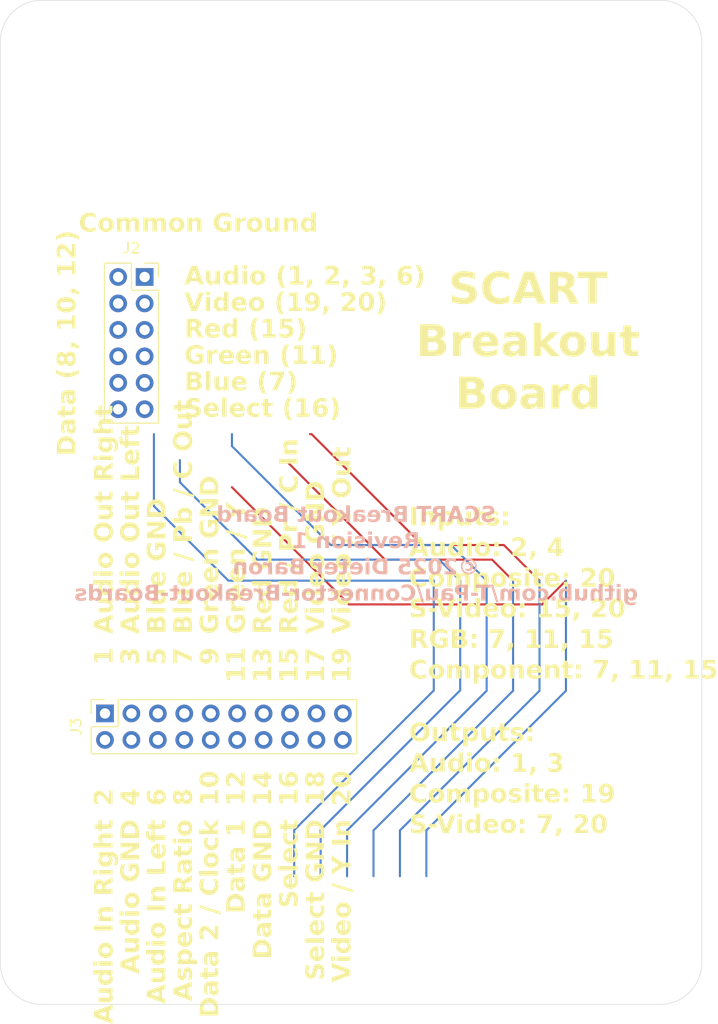
<source format=kicad_pcb>
(kicad_pcb (version 20241229) (generator "pcbnew") (generator_version "9.0")
  (layers (0 "F.Cu" signal) (2 "B.Cu" signal) (13 "F.Paste" user) (15 "B.Paste" user) (5 "F.SilkS" user "F.Silkscreen") (7 "B.SilkS" user "B.Silkscreen") (1 "F.Mask" user) (3 "B.Mask" user) (25 "Edge.Cuts" user))
  (net 0 "")
  (net 1 "/RGB Red GND")
  (net 2 "/Data GND")
  (net 3 "/Audio GND")
  (net 4 "/RGB Blue GND")
  (net 5 "/Composite GND")
  (net 6 "/Blanking GND")
  (net 7 "/RGB Green GND")
  (net 8 "/Audio In Right")
  (net 9 "/RGB Red")
  (net 10 "/RGB Green")
  (net 11 "/Status")
  (net 12 "/Composite In")
  (net 13 "/Data 2")
  (net 14 "/Audio Out Left")
  (net 15 "/RGB Blue")
  (net 16 "/Composite Out")
  (net 17 "/Audio Out Rigth")
  (net 18 "/Blanking")
  (net 19 "/Data 1")
  (net 20 "/Audio In Left")
  (footprint "Connector_PinSocket_2.54mm:PinSocket_2x06_P2.54mm_Vertical" (layer "F.Cu") (at 80.01 60.96)
    (property "Reference" "J2" (at -1.27 -2.77 0) (layer "F.SilkS"))
    (property "Value" "Ground")
    (fp_line (start -3.87 -1.33) (end -3.87 14.03) (stroke (width 0.12)) (layer "F.SilkS"))
    (fp_line (start -3.87 -1.33) (end -1.27 -1.33) (stroke (width 0.12)) (layer "F.SilkS"))
    (fp_line (start -3.87 14.03) (end 1.33 14.03) (stroke (width 0.12)) (layer "F.SilkS"))
    (fp_line (start -1.27 -1.33) (end -1.27 1.27) (stroke (width 0.12)) (layer "F.SilkS"))
    (fp_line (start -1.27 1.27) (end 1.33 1.27) (stroke (width 0.12)) (layer "F.SilkS"))
    (fp_line (start 0 -1.33) (end 1.33 -1.33) (stroke (width 0.12)) (layer "F.SilkS"))
    (fp_line (start 1.33 -1.33) (end 1.33 0) (stroke (width 0.12)) (layer "F.SilkS"))
    (fp_line (start 1.33 1.27) (end 1.33 14.03) (stroke (width 0.12)) (layer "F.SilkS"))
    (pad "1" thru_hole rect (at 0 0) (size 1.7 1.7) (drill 1) (layers "*.Cu" "*.Mask") (net 1 "/RGB Red GND"))
    (pad "2" thru_hole oval (at -2.54 0) (size 1.7 1.7) (drill 1) (layers "*.Cu" "*.Mask") (net 2 "/Data GND"))
    (pad "3" thru_hole oval (at 0 2.54) (size 1.7 1.7) (drill 1) (layers "*.Cu" "*.Mask") (net 7 "/RGB Green GND"))
    (pad "4" thru_hole oval (at -2.54 2.54) (size 1.7 1.7) (drill 1) (layers "*.Cu" "*.Mask") (net 2 "/Data GND"))
    (pad "5" thru_hole oval (at 0 5.08) (size 1.7 1.7) (drill 1) (layers "*.Cu" "*.Mask") (net 4 "/RGB Blue GND"))
    (pad "6" thru_hole oval (at -2.54 5.08) (size 1.7 1.7) (drill 1) (layers "*.Cu" "*.Mask") (net 2 "/Data GND"))
    (pad "7" thru_hole oval (at 0 7.62) (size 1.7 1.7) (drill 1) (layers "*.Cu" "*.Mask") (net 5 "/Composite GND"))
    (pad "8" thru_hole oval (at -2.54 7.62) (size 1.7 1.7) (drill 1) (layers "*.Cu" "*.Mask") (net 2 "/Data GND"))
    (pad "9" thru_hole oval (at 0 10.16) (size 1.7 1.7) (drill 1) (layers "*.Cu" "*.Mask") (net 3 "/Audio GND"))
    (pad "10" thru_hole oval (at -2.54 10.16) (size 1.7 1.7) (drill 1) (layers "*.Cu" "*.Mask") (net 2 "/Data GND"))
    (pad "11" thru_hole oval (at 0 12.7) (size 1.7 1.7) (drill 1) (layers "*.Cu" "*.Mask") (net 6 "/Blanking GND"))
    (pad "12" thru_hole oval (at -2.54 12.7) (size 1.7 1.7) (drill 1) (layers "*.Cu" "*.Mask") (net 2 "/Data GND"))
  )
  (footprint "Connector_PinSocket_2.54mm:PinSocket_2x10_P2.54mm_Vertical" (layer "F.Cu") (at 76.2 102.87 90)
    (property "Reference" "J3" (at -1.27 -2.77 90) (layer "F.SilkS"))
    (property "Value" "Breakout")
    (fp_line (start 1.33 -1.33) (end 1.33 0) (stroke (width 0.12)) (layer "F.SilkS"))
    (fp_line (start 0 -1.33) (end 1.33 -1.33) (stroke (width 0.12)) (layer "F.SilkS"))
    (fp_line (start -1.27 -1.33) (end -1.27 1.27) (stroke (width 0.12)) (layer "F.SilkS"))
    (fp_line (start -3.87 -1.33) (end -1.27 -1.33) (stroke (width 0.12)) (layer "F.SilkS"))
    (fp_line (start -3.87 -1.33) (end -3.87 24.19) (stroke (width 0.12)) (layer "F.SilkS"))
    (fp_line (start 1.33 1.27) (end 1.33 24.19) (stroke (width 0.12)) (layer "F.SilkS"))
    (fp_line (start -1.27 1.27) (end 1.33 1.27) (stroke (width 0.12)) (layer "F.SilkS"))
    (fp_line (start -3.87 24.19) (end 1.33 24.19) (stroke (width 0.12)) (layer "F.SilkS"))
    (pad "1" thru_hole rect (at 0 0 90) (size 1.7 1.7) (drill 1) (layers "*.Cu" "*.Mask") (net 17 "/Audio Out Rigth"))
    (pad "2" thru_hole oval (at -2.54 0 90) (size 1.7 1.7) (drill 1) (layers "*.Cu" "*.Mask") (net 8 "/Audio In Right"))
    (pad "3" thru_hole oval (at 0 2.54 90) (size 1.7 1.7) (drill 1) (layers "*.Cu" "*.Mask") (net 14 "/Audio Out Left"))
    (pad "4" thru_hole oval (at -2.54 2.54 90) (size 1.7 1.7) (drill 1) (layers "*.Cu" "*.Mask") (net 3 "/Audio GND"))
    (pad "5" thru_hole oval (at 0 5.08 90) (size 1.7 1.7) (drill 1) (layers "*.Cu" "*.Mask") (net 4 "/RGB Blue GND"))
    (pad "6" thru_hole oval (at -2.54 5.08 90) (size 1.7 1.7) (drill 1) (layers "*.Cu" "*.Mask") (net 20 "/Audio In Left"))
    (pad "7" thru_hole oval (at 0 7.62 90) (size 1.7 1.7) (drill 1) (layers "*.Cu" "*.Mask") (net 15 "/RGB Blue"))
    (pad "8" thru_hole oval (at -2.54 7.62 90) (size 1.7 1.7) (drill 1) (layers "*.Cu" "*.Mask") (net 11 "/Status"))
    (pad "9" thru_hole oval (at 0 10.16 90) (size 1.7 1.7) (drill 1) (layers "*.Cu" "*.Mask") (net 7 "/RGB Green GND"))
    (pad "10" thru_hole oval (at -2.54 10.16 90) (size 1.7 1.7) (drill 1) (layers "*.Cu" "*.Mask") (net 13 "/Data 2"))
    (pad "11" thru_hole oval (at 0 12.7 90) (size 1.7 1.7) (drill 1) (layers "*.Cu" "*.Mask") (net 10 "/RGB Green"))
    (pad "12" thru_hole oval (at -2.54 12.7 90) (size 1.7 1.7) (drill 1) (layers "*.Cu" "*.Mask") (net 19 "/Data 1"))
    (pad "13" thru_hole oval (at 0 15.24 90) (size 1.7 1.7) (drill 1) (layers "*.Cu" "*.Mask") (net 1 "/RGB Red GND"))
    (pad "14" thru_hole oval (at -2.54 15.24 90) (size 1.7 1.7) (drill 1) (layers "*.Cu" "*.Mask") (net 2 "/Data GND"))
    (pad "15" thru_hole oval (at 0 17.78 90) (size 1.7 1.7) (drill 1) (layers "*.Cu" "*.Mask") (net 9 "/RGB Red"))
    (pad "16" thru_hole oval (at -2.54 17.78 90) (size 1.7 1.7) (drill 1) (layers "*.Cu" "*.Mask") (net 18 "/Blanking"))
    (pad "17" thru_hole oval (at 0 20.32 90) (size 1.7 1.7) (drill 1) (layers "*.Cu" "*.Mask") (net 5 "/Composite GND"))
    (pad "18" thru_hole oval (at -2.54 20.32 90) (size 1.7 1.7) (drill 1) (layers "*.Cu" "*.Mask") (net 6 "/Blanking GND"))
    (pad "19" thru_hole oval (at 0 22.86 90) (size 1.7 1.7) (drill 1) (layers "*.Cu" "*.Mask") (net 16 "/Composite Out"))
    (pad "20" thru_hole oval (at -2.54 22.86 90) (size 1.7 1.7) (drill 1) (layers "*.Cu" "*.Mask") (net 12 "/Composite In"))
  )
  (gr_line (start 66.1384 126.81) (end 66.138427 38.38843) (stroke (width 0.05)) (layer "Edge.Cuts"))
  (gr_arc (start 129.54 34.388427) (mid 132.368427 35.56) (end 133.54 38.388427) (stroke (width 0.05)) (layer "Edge.Cuts"))
  (gr_arc (start 133.54 126.81) (mid 132.368427 129.638427) (end 129.54 130.81) (stroke (width 0.05)) (layer "Edge.Cuts"))
  (gr_line (start 133.54 38.38843) (end 133.54 126.81) (stroke (width 0.05)) (layer "Edge.Cuts"))
  (gr_line (start 70.13843 34.388427) (end 129.54 34.388427) (stroke (width 0.05)) (layer "Edge.Cuts"))
  (gr_line (start 129.54 130.81) (end 70.1384 130.81) (stroke (width 0.05)) (layer "Edge.Cuts"))
  (gr_arc (start 70.138427 130.81) (mid 67.31 129.638427) (end 66.138427 126.81) (stroke (width 0.05)) (layer "Edge.Cuts"))
  (gr_arc (start 66.138427 38.388427) (mid 67.31 35.56) (end 70.138427 34.388427) (stroke (width 0.05)) (layer "Edge.Cuts"))
  (gr_text "Red GND" (at 91.44 95.25 90) (layer "F.SilkS") (effects (font (size 1.75 1.75) (thickness 0.1)) (justify left)))
  (gr_text "19" (at 99.06 96.52 90) (layer "F.SilkS") (effects (font (size 1.75 1.75) (thickness 0.1)) (justify right)))
  (gr_text "Video GND" (at 96.52 95.25 90) (layer "F.SilkS") (effects (font (size 1.75 1.75) (thickness 0.1)) (justify left)))
  (gr_text "16" (at 93.98 111.76 90) (layer "F.SilkS") (effects (font (size 1.75 1.75) (thickness 0.1)) (justify left)))
  (gr_text "Aspect Ratio" (at 83.82 113.03 90) (layer "F.SilkS") (effects (font (size 1.75 1.75) (thickness 0.1)) (justify right)))
  (gr_text "Select" (at 93.98 113.03 90) (layer "F.SilkS") (effects (font (size 1.75 1.75) (thickness 0.1)) (justify right)))
  (gr_text "1" (at 76.2 96.52 90) (layer "F.SilkS") (effects (font (size 1.75 1.75) (thickness 0.1)) (justify right)))
  (gr_text "14" (at 91.44 111.76 90) (layer "F.SilkS") (effects (font (size 1.75 1.75) (thickness 0.1)) (justify left)))
  (gr_text "4" (at 78.74 111.76 90) (layer "F.SilkS") (effects (font (size 1.75 1.75) (thickness 0.1)) (justify left)))
  (gr_text "3" (at 78.74 96.52 90) (layer "F.SilkS") (effects (font (size 1.75 1.75) (thickness 0.1)) (justify right)))
  (gr_text "Outputs:\nAudio: 1, 3\nComposite: 19\nS-Video: 7, 20" (at 105.41 109.22 0) (layer "F.SilkS") (effects (font (size 1.75 1.75) (thickness 0.1)) (justify left)))
  (gr_text "Data 2 / Clock" (at 86.36 113.03 90) (layer "F.SilkS") (effects (font (size 1.75 1.75) (thickness 0.1)) (justify right)))
  (gr_text "Audio In Right" (at 76.2 113.03 90) (layer "F.SilkS") (effects (font (size 1.75 1.75) (thickness 0.1)) (justify right)))
  (gr_text "2" (at 76.2 111.76 90) (layer "F.SilkS") (effects (font (size 1.75 1.75) (thickness 0.1)) (justify left)))
  (gr_text "7" (at 83.82 96.52 90) (layer "F.SilkS") (effects (font (size 1.75 1.75) (thickness 0.1)) (justify right)))
  (gr_text "Audio Out Left" (at 78.74 95.25 90) (layer "F.SilkS") (effects (font (size 1.75 1.75) (thickness 0.1)) (justify left)))
  (gr_text "Blue (7)" (at 83.82 71.12 0) (layer "F.SilkS") (effects (font (size 1.75 1.75) (thickness 0.1)) (justify left)))
  (gr_text "15" (at 93.98 96.52 90) (layer "F.SilkS") (effects (font (size 1.75 1.75) (thickness 0.1)) (justify right)))
  (gr_text "10" (at 86.36 111.76 90) (layer "F.SilkS") (effects (font (size 1.75 1.75) (thickness 0.1)) (justify left)))
  (gr_text "Video (19, 20)" (at 83.82 63.5 0) (layer "F.SilkS") (effects (font (size 1.75 1.75) (thickness 0.1)) (justify left)))
  (gr_text "Video / Y Out" (at 99.06 95.25 90) (layer "F.SilkS") (effects (font (size 1.75 1.75) (thickness 0.1)) (justify left)))
  (gr_text "6" (at 81.28 111.76 90) (layer "F.SilkS") (effects (font (size 1.75 1.75) (thickness 0.1)) (justify left)))
  (gr_text "Green (11)" (at 83.82 68.58 0) (layer "F.SilkS") (effects (font (size 1.75 1.75) (thickness 0.1)) (justify left)))
  (gr_text "Green / Y" (at 88.9 95.25 90) (layer "F.SilkS") (effects (font (size 1.75 1.75) (thickness 0.1)) (justify left)))
  (gr_text "Red / Pr / C In" (at 93.98 95.25 90) (layer "F.SilkS") (effects (font (size 1.75 1.75) (thickness 0.1)) (justify left)))
  (gr_text "Inputs:\nAudio: 2, 4\nComposite: 20\nS-Video: 15, 20\nRGB: 7, 11, 15\nComponent: 7, 11, 15\n" (at 105.41 91.44 0) (layer "F.SilkS") (effects (font (size 1.75 1.75) (thickness 0.1)) (justify left)))
  (gr_text "12" (at 88.9 111.76 90) (layer "F.SilkS") (effects (font (size 1.75 1.75) (thickness 0.1)) (justify left)))
  (gr_text "9" (at 86.36 96.52 90) (layer "F.SilkS") (effects (font (size 1.75 1.75) (thickness 0.1)) (justify right)))
  (gr_text "Audio GND" (at 78.74 113.03 90) (layer "F.SilkS") (effects (font (size 1.75 1.75) (thickness 0.1)) (justify right)))
  (gr_text "SCART\nBreakout\nBoard" (at 116.84 67.31 0) (layer "F.SilkS") (effects (font (size 3 3) (thickness 0.1))))
  (gr_text "Data 1" (at 88.9 113.03 90) (layer "F.SilkS") (effects (font (size 1.75 1.75) (thickness 0.1)) (justify right)))
  (gr_text "Select GND" (at 96.52 113.03 90) (layer "F.SilkS") (effects (font (size 1.75 1.75) (thickness 0.1)) (justify right)))
  (gr_text "Select (16)" (at 83.82 73.66 0) (layer "F.SilkS") (effects (font (size 1.75 1.75) (thickness 0.1)) (justify left)))
  (gr_text "Red (15)" (at 83.82 66.04 0) (layer "F.SilkS") (effects (font (size 1.75 1.75) (thickness 0.1)) (justify left)))
  (gr_text "Common Ground" (at 73.66 55.88 0) (layer "F.SilkS") (effects (font (size 1.75 1.75) (thickness 0.1)) (justify left)))
  (gr_text "11" (at 88.9 96.52 90) (layer "F.SilkS") (effects (font (size 1.75 1.75) (thickness 0.1)) (justify right)))
  (gr_text "20" (at 99.06 111.76 90) (layer "F.SilkS") (effects (font (size 1.75 1.75) (thickness 0.1)) (justify left)))
  (gr_text "8" (at 83.82 111.76 90) (layer "F.SilkS") (effects (font (size 1.75 1.75) (thickness 0.1)) (justify left)))
  (gr_text "Audio Out Right" (at 76.2 95.25 90) (layer "F.SilkS") (effects (font (size 1.75 1.75) (thickness 0.1)) (justify left)))
  (gr_text "Audio (1, 2, 3, 6)" (at 83.82 60.96 0) (layer "F.SilkS") (effects (font (size 1.75 1.75) (thickness 0.1)) (justify left)))
  (gr_text "17" (at 96.52 96.52 90) (layer "F.SilkS") (effects (font (size 1.75 1.75) (thickness 0.1)) (justify right)))
  (gr_text "18" (at 96.52 111.76 90) (layer "F.SilkS") (effects (font (size 1.75 1.75) (thickness 0.1)) (justify left)))
  (gr_text "13" (at 91.44 96.52 90) (layer "F.SilkS") (effects (font (size 1.75 1.75) (thickness 0.1)) (justify right)))
  (gr_text "5" (at 81.28 96.52 90) (layer "F.SilkS") (effects (font (size 1.75 1.75) (thickness 0.1)) (justify right)))
  (gr_text "Video / Y In" (at 99.06 113.03 90) (layer "F.SilkS") (effects (font (size 1.75 1.75) (thickness 0.1)) (justify right)))
  (gr_text "Data GND" (at 91.44 113.03 90) (layer "F.SilkS") (effects (font (size 1.75 1.75) (thickness 0.1)) (justify right)))
  (gr_text "Blue GND" (at 81.28 95.25 90) (layer "F.SilkS") (effects (font (size 1.75 1.75) (thickness 0.1)) (justify left)))
  (gr_text "Blue / Pb / C Out" (at 83.82 95.25 90) (layer "F.SilkS") (effects (font (size 1.75 1.75) (thickness 0.1)) (justify left)))
  (gr_text "Audio In Left" (at 81.28 113.03 90) (layer "F.SilkS") (effects (font (size 1.75 1.75) (thickness 0.1)) (justify right)))
  (gr_text "Data (8, 10, 12)" (at 73.66 67.31 90) (layer "F.SilkS") (effects (font (size 1.75 1.75) (thickness 0.1)) (justify bottom)))
  (gr_text "Green GND" (at 86.36 95.25 90) (layer "F.SilkS") (effects (font (size 1.75 1.75) (thickness 0.1)) (justify left)))
  (gr_text "SCART Breakout Board\nRevision 1\n©2025 Dieter Baron\ngithub.com/T-Pau/Connector-Breakout-Boards" (at 100.33 87.63 0) (layer "B.SilkS") (effects (font (size 1.5 1.5) (thickness 0.1)) (justify mirror)))
  (segment (start 117.95 90.12) (end 114.53 86.7) (width 0.2) (layer "F.Cu") (net 0))
  (segment (start 99.65 92.4) (end 88.4 81.15) (width 0.2) (layer "F.Cu") (net 0))
  (segment (start 103.1 88.1) (end 113.39 88.1) (width 0.2) (layer "F.Cu") (net 0))
  (segment (start 113.39 88.1) (end 115.41 90.12) (width 0.2) (layer "F.Cu") (net 0))
  (segment (start 120.49 90.12) (end 118.21 92.4) (width 0.2) (layer "F.Cu") (net 0))
  (segment (start 93.4 78.55) (end 93.55 78.55) (width 0.2) (layer "F.Cu") (net 0))
  (segment (start 96.05 76.05) (end 95.9 76.05) (width 0.2) (layer "F.Cu") (net 0))
  (segment (start 106.7 86.7) (end 96.05 76.05) (width 0.2) (layer "F.Cu") (net 0))
  (segment (start 114.53 86.7) (end 106.7 86.7) (width 0.2) (layer "F.Cu") (net 0))
  (segment (start 118.21 92.4) (end 99.65 92.4) (width 0.2) (layer "F.Cu") (net 0))
  (segment (start 93.55 78.55) (end 103.1 88.1) (width 0.2) (layer "F.Cu") (net 0))
  (segment (start 96.92 118.5) (end 96.92 114.06) (width 0.2) (layer "B.Cu") (net 4))
  (segment (start 108.31 88.1) (end 90.82868 88.1) (width 0.2) (layer "B.Cu") (net 4))
  (segment (start 110.33 100.65) (end 110.33 90.12) (width 0.2) (layer "B.Cu") (net 4))
  (segment (start 110.33 90.12) (end 108.31 88.1) (width 0.2) (layer "B.Cu") (net 4))
  (segment (start 90.82868 88.1) (end 83.4 80.67132) (width 0.2) (layer "B.Cu") (net 4))
  (segment (start 96.92 114.06) (end 110.33 100.65) (width 0.2) (layer "B.Cu") (net 4))
  (segment (start 83.4 80.67132) (end 83.4 78.55) (width 0.2) (layer "B.Cu") (net 4))
  (segment (start 102 114.1) (end 115.41 100.69) (width 0.2) (layer "B.Cu") (net 7))
  (segment (start 115.41 100.69) (end 115.41 90.12) (width 0.2) (layer "B.Cu") (net 7))
  (segment (start 102 118.5) (end 102 114.1) (width 0.2) (layer "B.Cu") (net 7))
  (segment (start 104.54 118.5) (end 104.54 114.1) (width 0.2) (layer "B.Cu") (net 10))
  (segment (start 104.54 114.1) (end 117.95 100.69) (width 0.2) (layer "B.Cu") (net 10))
  (segment (start 117.95 100.69) (end 117.95 90.12) (width 0.2) (layer "B.Cu") (net 10))
  (segment (start 107.08 118.5) (end 107.08 114.1) (width 0.2) (layer "B.Cu") (net 12))
  (segment (start 107.08 114.1) (end 120.49 100.689999) (width 0.2) (layer "B.Cu") (net 12))
  (segment (start 120.49 100.689999) (end 120.49 90.12) (width 0.2) (layer "B.Cu") (net 12))
  (segment (start 107.79 90.12) (end 88.06 90.12) (width 0.2) (layer "B.Cu") (net 14))
  (segment (start 88.06 90.12) (end 80.9 82.96) (width 0.2) (layer "B.Cu") (net 14))
  (segment (start 94.38 118.5) (end 94.38 114.07) (width 0.2) (layer "B.Cu") (net 14))
  (segment (start 94.38 114.07) (end 107.79 100.66) (width 0.2) (layer "B.Cu") (net 14))
  (segment (start 107.79 100.66) (end 107.79 90.12) (width 0.2) (layer "B.Cu") (net 14))
  (segment (start 80.9 82.96) (end 80.9 76.05) (width 0.2) (layer "B.Cu") (net 14))
  (segment (start 112.87 90.12) (end 109.45 86.7) (width 0.2) (layer "B.Cu") (net 15))
  (segment (start 97.9 86.7) (end 88.4 77.2) (width 0.2) (layer "B.Cu") (net 15))
  (segment (start 109.45 86.7) (end 97.9 86.7) (width 0.2) (layer "B.Cu") (net 15))
  (segment (start 99.46 114.1) (end 112.87 100.69) (width 0.2) (layer "B.Cu") (net 15))
  (segment (start 99.46 118.5) (end 99.46 114.1) (width 0.2) (layer "B.Cu") (net 15))
  (segment (start 112.87 100.69) (end 112.87 90.12) (width 0.2) (layer "B.Cu") (net 15))
  (segment (start 88.4 77.2) (end 88.4 76.05) (width 0.2) (layer "B.Cu") (net 15))
)
</source>
